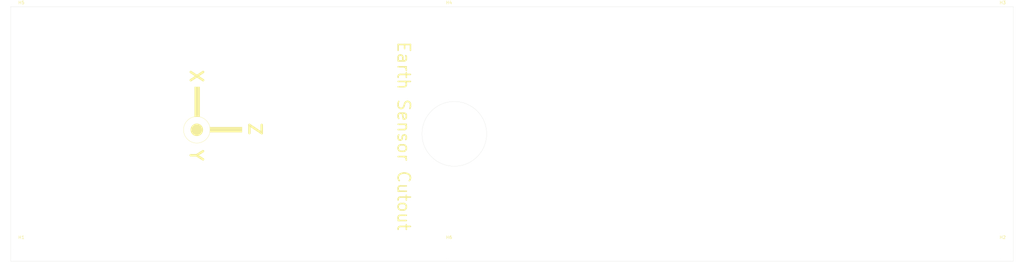
<source format=kicad_pcb>
(kicad_pcb (version 20240108) (generator "pcbnew") (generator_version "8.0")
  (layers (0 "F.Cu" signal) (31 "B.Cu" signal) (34 "B.Paste" user) (35 "F.Paste" user) (36 "B.SilkS" user "B.Silkscreen") (37 "F.SilkS" user "F.Silkscreen") (38 "B.Mask" user) (39 "F.Mask" user) (44 "Edge.Cuts" user))
  (net 0 "")
  (footprint "MountingHole:MountingHole_3.5mm" (layer "F.Cu") (at 182.4 141.02)
    (property "Reference" "H6" (at 0 -4.5 0) (layer "F.SilkS"))
    (property "Value" "MountingHole_Pad")
    (pad "" np_thru_hole circle (at 0 0) (size 3.5 3.5) (drill 3.5) (layers "*.Cu" "*.Mask"))
  )
  (footprint "MountingHole:MountingHole_3.5mm" (layer "F.Cu") (at 362.09 64.82)
    (property "Reference" "H3" (at 0 -4.5 0) (layer "F.SilkS"))
    (property "Value" "MountingHole_Pad")
    (pad "" np_thru_hole circle (at 0 0) (size 3.5 3.5) (drill 3.5) (layers "*.Cu" "*.Mask"))
  )
  (footprint "MountingHole:MountingHole_3.5mm" (layer "F.Cu") (at 182.4 64.82)
    (property "Reference" "H4" (at 0 -4.5 0) (layer "F.SilkS"))
    (property "Value" "MountingHole_Pad")
    (pad "" np_thru_hole circle (at 0 0) (size 3.5 3.5) (drill 3.5) (layers "*.Cu" "*.Mask"))
  )
  (footprint "MountingHole:MountingHole_3.5mm" (layer "F.Cu") (at 43.59 141.02)
    (property "Reference" "H1" (at 0 -4.5 0) (layer "F.SilkS"))
    (property "Value" "MountingHole_Pad")
    (pad "" np_thru_hole circle (at 0 0) (size 3.5 3.5) (drill 3.5) (layers "*.Cu" "*.Mask"))
  )
  (footprint "MountingHole:MountingHole_3.5mm" (layer "F.Cu") (at 362.09 141.02)
    (property "Reference" "H2" (at 0 -4.5 0) (layer "F.SilkS"))
    (property "Value" "MountingHole_Pad")
    (pad "" np_thru_hole circle (at 0 0) (size 3.5 3.5) (drill 3.5) (layers "*.Cu" "*.Mask"))
  )
  (footprint "MountingHole:MountingHole_3.5mm" (layer "F.Cu") (at 43.59 64.82)
    (property "Reference" "H5" (at 0 -4.5 0) (layer "F.SilkS"))
    (property "Value" "MountingHole_Pad")
    (pad "" np_thru_hole circle (at 0 0) (size 3.5 3.5) (drill 3.5) (layers "*.Cu" "*.Mask"))
  )
  (gr_circle (center 100.54 101.6) (end 103.59 104.65) (stroke (width 0.1)) (fill none) (layer "F.SilkS"))
  (gr_circle (center 100.54 101.6) (end 102.53 101.6) (stroke (width 0.1)) (fill solid) (layer "F.SilkS"))
  (gr_rect (start 104.815 100.72) (end 115.205 102.39) (stroke (width 0.1)) (fill solid) (layer "F.SilkS"))
  (gr_rect (start 99.81 87.69) (end 101.48 97.35) (stroke (width 0.1)) (fill solid) (layer "F.SilkS"))
  (gr_circle (center 184.11 102.92) (end 194.61 102.92) (stroke (width 0.05)) (fill none) (layer "Edge.Cuts"))
  (gr_rect (start 40.09 61.62) (end 365.59 144.22) (stroke (width 0.05)) (fill none) (layer "Edge.Cuts"))
  (gr_text "Earth Sensor Cutout" (at 165.36 72.63 270) (layer "F.SilkS") (effects (font (size 4 4) (thickness 0.5)) (justify left bottom)))
  (gr_text "Z" (at 117.08 98.92 270) (layer "F.SilkS") (effects (font (size 4 4) (thickness 0.8) (bold yes)) (justify left bottom)))
  (gr_text "Y" (at 98.02 107.63 270) (layer "F.SilkS") (effects (font (size 4 4) (thickness 0.8) (bold yes)) (justify left bottom)))
  (gr_text "X" (at 98.05 81.74 270) (layer "F.SilkS") (effects (font (size 4 4) (thickness 0.8) (bold yes)) (justify left bottom)))
)
</source>
